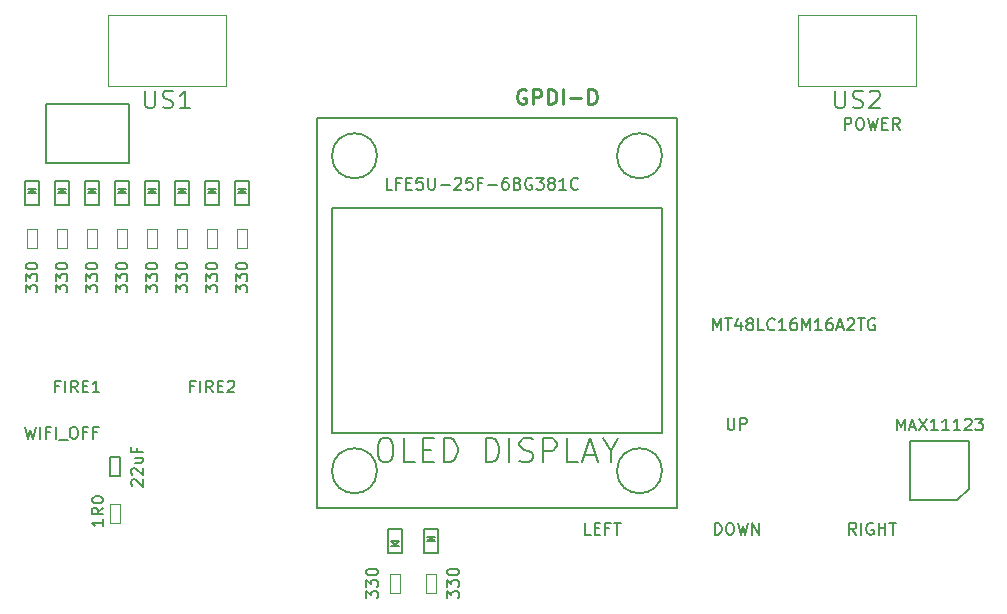
<source format=gbr>
G04 #@! TF.FileFunction,Other,Fab,Top*
%FSLAX46Y46*%
G04 Gerber Fmt 4.6, Leading zero omitted, Abs format (unit mm)*
G04 Created by KiCad (PCBNEW 4.0.7+dfsg1-1) date Fri Sep 29 00:39:50 2017*
%MOMM*%
%LPD*%
G01*
G04 APERTURE LIST*
%ADD10C,0.100000*%
%ADD11C,0.150000*%
%ADD12C,0.254000*%
G04 APERTURE END LIST*
D10*
D11*
X118530000Y-76260000D02*
X117930000Y-76260000D01*
X118230000Y-76360000D02*
X118530000Y-76660000D01*
X117930000Y-76660000D02*
X118230000Y-76360000D01*
X118530000Y-76660000D02*
X117930000Y-76660000D01*
X118830000Y-77660000D02*
X118830000Y-75660000D01*
X117630000Y-77660000D02*
X118830000Y-77660000D01*
X117630000Y-75660000D02*
X117630000Y-77660000D01*
X118830000Y-75660000D02*
X117630000Y-75660000D01*
X115990000Y-76260000D02*
X115390000Y-76260000D01*
X115690000Y-76360000D02*
X115990000Y-76660000D01*
X115390000Y-76660000D02*
X115690000Y-76360000D01*
X115990000Y-76660000D02*
X115390000Y-76660000D01*
X116290000Y-77660000D02*
X116290000Y-75660000D01*
X115090000Y-77660000D02*
X116290000Y-77660000D01*
X115090000Y-75660000D02*
X115090000Y-77660000D01*
X116290000Y-75660000D02*
X115090000Y-75660000D01*
X113450000Y-76260000D02*
X112850000Y-76260000D01*
X113150000Y-76360000D02*
X113450000Y-76660000D01*
X112850000Y-76660000D02*
X113150000Y-76360000D01*
X113450000Y-76660000D02*
X112850000Y-76660000D01*
X113750000Y-77660000D02*
X113750000Y-75660000D01*
X112550000Y-77660000D02*
X113750000Y-77660000D01*
X112550000Y-75660000D02*
X112550000Y-77660000D01*
X113750000Y-75660000D02*
X112550000Y-75660000D01*
X110910000Y-76260000D02*
X110310000Y-76260000D01*
X110610000Y-76360000D02*
X110910000Y-76660000D01*
X110310000Y-76660000D02*
X110610000Y-76360000D01*
X110910000Y-76660000D02*
X110310000Y-76660000D01*
X111210000Y-77660000D02*
X111210000Y-75660000D01*
X110010000Y-77660000D02*
X111210000Y-77660000D01*
X110010000Y-75660000D02*
X110010000Y-77660000D01*
X111210000Y-75660000D02*
X110010000Y-75660000D01*
X108370000Y-76260000D02*
X107770000Y-76260000D01*
X108070000Y-76360000D02*
X108370000Y-76660000D01*
X107770000Y-76660000D02*
X108070000Y-76360000D01*
X108370000Y-76660000D02*
X107770000Y-76660000D01*
X108670000Y-77660000D02*
X108670000Y-75660000D01*
X107470000Y-77660000D02*
X108670000Y-77660000D01*
X107470000Y-75660000D02*
X107470000Y-77660000D01*
X108670000Y-75660000D02*
X107470000Y-75660000D01*
X105830000Y-76260000D02*
X105230000Y-76260000D01*
X105530000Y-76360000D02*
X105830000Y-76660000D01*
X105230000Y-76660000D02*
X105530000Y-76360000D01*
X105830000Y-76660000D02*
X105230000Y-76660000D01*
X106130000Y-77660000D02*
X106130000Y-75660000D01*
X104930000Y-77660000D02*
X106130000Y-77660000D01*
X104930000Y-75660000D02*
X104930000Y-77660000D01*
X106130000Y-75660000D02*
X104930000Y-75660000D01*
X103290000Y-76260000D02*
X102690000Y-76260000D01*
X102990000Y-76360000D02*
X103290000Y-76660000D01*
X102690000Y-76660000D02*
X102990000Y-76360000D01*
X103290000Y-76660000D02*
X102690000Y-76660000D01*
X103590000Y-77660000D02*
X103590000Y-75660000D01*
X102390000Y-77660000D02*
X103590000Y-77660000D01*
X102390000Y-75660000D02*
X102390000Y-77660000D01*
X103590000Y-75660000D02*
X102390000Y-75660000D01*
X100750000Y-76260000D02*
X100150000Y-76260000D01*
X100450000Y-76360000D02*
X100750000Y-76660000D01*
X100150000Y-76660000D02*
X100450000Y-76360000D01*
X100750000Y-76660000D02*
X100150000Y-76660000D01*
X101050000Y-77660000D02*
X101050000Y-75660000D01*
X99850000Y-77660000D02*
X101050000Y-77660000D01*
X99850000Y-75660000D02*
X99850000Y-77660000D01*
X101050000Y-75660000D02*
X99850000Y-75660000D01*
X108624000Y-69080000D02*
X108624000Y-74080000D01*
X101624000Y-69080000D02*
X108624000Y-69080000D01*
X101624000Y-74080000D02*
X101624000Y-69080000D01*
X108624000Y-74080000D02*
X101624000Y-74080000D01*
X130884000Y-106524000D02*
X131484000Y-106524000D01*
X131184000Y-106424000D02*
X130884000Y-106124000D01*
X131484000Y-106124000D02*
X131184000Y-106424000D01*
X130884000Y-106124000D02*
X131484000Y-106124000D01*
X130584000Y-105124000D02*
X130584000Y-107124000D01*
X131784000Y-105124000D02*
X130584000Y-105124000D01*
X131784000Y-107124000D02*
X131784000Y-105124000D01*
X130584000Y-107124000D02*
X131784000Y-107124000D01*
X134532000Y-105724000D02*
X133932000Y-105724000D01*
X134232000Y-105824000D02*
X134532000Y-106124000D01*
X133932000Y-106124000D02*
X134232000Y-105824000D01*
X134532000Y-106124000D02*
X133932000Y-106124000D01*
X134832000Y-107124000D02*
X134832000Y-105124000D01*
X133632000Y-107124000D02*
X134832000Y-107124000D01*
X133632000Y-105124000D02*
X133632000Y-107124000D01*
X134832000Y-105124000D02*
X133632000Y-105124000D01*
D10*
X130784000Y-108880000D02*
X131584000Y-108880000D01*
X130784000Y-110480000D02*
X130784000Y-108880000D01*
X131584000Y-110480000D02*
X130784000Y-110480000D01*
X131584000Y-108880000D02*
X131584000Y-110480000D01*
X134632000Y-110480000D02*
X133832000Y-110480000D01*
X134632000Y-108880000D02*
X134632000Y-110480000D01*
X133832000Y-108880000D02*
X134632000Y-108880000D01*
X133832000Y-110480000D02*
X133832000Y-108880000D01*
D11*
X107880000Y-100600000D02*
X107080000Y-100600000D01*
X107880000Y-99000000D02*
X107880000Y-100600000D01*
X107080000Y-99000000D02*
X107880000Y-99000000D01*
X107080000Y-100600000D02*
X107080000Y-99000000D01*
D10*
X107080000Y-103000000D02*
X107880000Y-103000000D01*
X107080000Y-104600000D02*
X107080000Y-103000000D01*
X107880000Y-104600000D02*
X107080000Y-104600000D01*
X107880000Y-103000000D02*
X107880000Y-104600000D01*
X116880000Y-61560000D02*
X116880000Y-67560000D01*
X106880000Y-61560000D02*
X116880000Y-61560000D01*
X106880000Y-67560000D02*
X106880000Y-61560000D01*
X116880000Y-67560000D02*
X106880000Y-67560000D01*
X175300000Y-61560000D02*
X175300000Y-67560000D01*
X165300000Y-61560000D02*
X175300000Y-61560000D01*
X165300000Y-67560000D02*
X165300000Y-61560000D01*
X175300000Y-67560000D02*
X165300000Y-67560000D01*
X118630000Y-81270000D02*
X117830000Y-81270000D01*
X118630000Y-79670000D02*
X118630000Y-81270000D01*
X117830000Y-79670000D02*
X118630000Y-79670000D01*
X117830000Y-81270000D02*
X117830000Y-79670000D01*
X116090000Y-81270000D02*
X115290000Y-81270000D01*
X116090000Y-79670000D02*
X116090000Y-81270000D01*
X115290000Y-79670000D02*
X116090000Y-79670000D01*
X115290000Y-81270000D02*
X115290000Y-79670000D01*
X113550000Y-81270000D02*
X112750000Y-81270000D01*
X113550000Y-79670000D02*
X113550000Y-81270000D01*
X112750000Y-79670000D02*
X113550000Y-79670000D01*
X112750000Y-81270000D02*
X112750000Y-79670000D01*
X111010000Y-81270000D02*
X110210000Y-81270000D01*
X111010000Y-79670000D02*
X111010000Y-81270000D01*
X110210000Y-79670000D02*
X111010000Y-79670000D01*
X110210000Y-81270000D02*
X110210000Y-79670000D01*
X108470000Y-81270000D02*
X107670000Y-81270000D01*
X108470000Y-79670000D02*
X108470000Y-81270000D01*
X107670000Y-79670000D02*
X108470000Y-79670000D01*
X107670000Y-81270000D02*
X107670000Y-79670000D01*
X105930000Y-81270000D02*
X105130000Y-81270000D01*
X105930000Y-79670000D02*
X105930000Y-81270000D01*
X105130000Y-79670000D02*
X105930000Y-79670000D01*
X105130000Y-81270000D02*
X105130000Y-79670000D01*
X103390000Y-81270000D02*
X102590000Y-81270000D01*
X103390000Y-79670000D02*
X103390000Y-81270000D01*
X102590000Y-79670000D02*
X103390000Y-79670000D01*
X102590000Y-81270000D02*
X102590000Y-79670000D01*
X100850000Y-81270000D02*
X100050000Y-81270000D01*
X100850000Y-79670000D02*
X100850000Y-81270000D01*
X100050000Y-79670000D02*
X100850000Y-79670000D01*
X100050000Y-81270000D02*
X100050000Y-79670000D01*
D11*
X178785000Y-102655000D02*
X174785000Y-102655000D01*
X174785000Y-102655000D02*
X174785000Y-97655000D01*
X174785000Y-97655000D02*
X179785000Y-97655000D01*
X179785000Y-97655000D02*
X179785000Y-101655000D01*
X179785000Y-101655000D02*
X178785000Y-102655000D01*
X153790000Y-73485000D02*
G75*
G03X153790000Y-73485000I-1905000J0D01*
G01*
X129660000Y-73485000D02*
G75*
G03X129660000Y-73485000I-1905000J0D01*
G01*
X129660000Y-100155000D02*
G75*
G03X129660000Y-100155000I-1905000J0D01*
G01*
X153790000Y-100155000D02*
G75*
G03X153790000Y-100155000I-1905000J0D01*
G01*
X153790000Y-77930000D02*
X153790000Y-96980000D01*
X125850000Y-77930000D02*
X153790000Y-77930000D01*
X125850000Y-96980000D02*
X125850000Y-77930000D01*
X153790000Y-96980000D02*
X125850000Y-96980000D01*
X155060000Y-70310000D02*
X155060000Y-103330000D01*
X124580000Y-70310000D02*
X155060000Y-70310000D01*
X124580000Y-103330000D02*
X124580000Y-70310000D01*
X155060000Y-103330000D02*
X124580000Y-103330000D01*
X102736191Y-92988571D02*
X102402857Y-92988571D01*
X102402857Y-93512381D02*
X102402857Y-92512381D01*
X102879048Y-92512381D01*
X103260000Y-93512381D02*
X103260000Y-92512381D01*
X104307619Y-93512381D02*
X103974285Y-93036190D01*
X103736190Y-93512381D02*
X103736190Y-92512381D01*
X104117143Y-92512381D01*
X104212381Y-92560000D01*
X104260000Y-92607619D01*
X104307619Y-92702857D01*
X104307619Y-92845714D01*
X104260000Y-92940952D01*
X104212381Y-92988571D01*
X104117143Y-93036190D01*
X103736190Y-93036190D01*
X104736190Y-92988571D02*
X105069524Y-92988571D01*
X105212381Y-93512381D02*
X104736190Y-93512381D01*
X104736190Y-92512381D01*
X105212381Y-92512381D01*
X106164762Y-93512381D02*
X105593333Y-93512381D01*
X105879047Y-93512381D02*
X105879047Y-92512381D01*
X105783809Y-92655238D01*
X105688571Y-92750476D01*
X105593333Y-92798095D01*
X114166191Y-92988571D02*
X113832857Y-92988571D01*
X113832857Y-93512381D02*
X113832857Y-92512381D01*
X114309048Y-92512381D01*
X114690000Y-93512381D02*
X114690000Y-92512381D01*
X115737619Y-93512381D02*
X115404285Y-93036190D01*
X115166190Y-93512381D02*
X115166190Y-92512381D01*
X115547143Y-92512381D01*
X115642381Y-92560000D01*
X115690000Y-92607619D01*
X115737619Y-92702857D01*
X115737619Y-92845714D01*
X115690000Y-92940952D01*
X115642381Y-92988571D01*
X115547143Y-93036190D01*
X115166190Y-93036190D01*
X116166190Y-92988571D02*
X116499524Y-92988571D01*
X116642381Y-93512381D02*
X116166190Y-93512381D01*
X116166190Y-92512381D01*
X116642381Y-92512381D01*
X117023333Y-92607619D02*
X117070952Y-92560000D01*
X117166190Y-92512381D01*
X117404286Y-92512381D01*
X117499524Y-92560000D01*
X117547143Y-92607619D01*
X117594762Y-92702857D01*
X117594762Y-92798095D01*
X117547143Y-92940952D01*
X116975714Y-93512381D01*
X117594762Y-93512381D01*
X159354286Y-95670381D02*
X159354286Y-96479905D01*
X159401905Y-96575143D01*
X159449524Y-96622762D01*
X159544762Y-96670381D01*
X159735239Y-96670381D01*
X159830477Y-96622762D01*
X159878096Y-96575143D01*
X159925715Y-96479905D01*
X159925715Y-95670381D01*
X160401905Y-96670381D02*
X160401905Y-95670381D01*
X160782858Y-95670381D01*
X160878096Y-95718000D01*
X160925715Y-95765619D01*
X160973334Y-95860857D01*
X160973334Y-96003714D01*
X160925715Y-96098952D01*
X160878096Y-96146571D01*
X160782858Y-96194190D01*
X160401905Y-96194190D01*
X158259048Y-105560381D02*
X158259048Y-104560381D01*
X158497143Y-104560381D01*
X158640001Y-104608000D01*
X158735239Y-104703238D01*
X158782858Y-104798476D01*
X158830477Y-104988952D01*
X158830477Y-105131810D01*
X158782858Y-105322286D01*
X158735239Y-105417524D01*
X158640001Y-105512762D01*
X158497143Y-105560381D01*
X158259048Y-105560381D01*
X159449524Y-104560381D02*
X159640001Y-104560381D01*
X159735239Y-104608000D01*
X159830477Y-104703238D01*
X159878096Y-104893714D01*
X159878096Y-105227048D01*
X159830477Y-105417524D01*
X159735239Y-105512762D01*
X159640001Y-105560381D01*
X159449524Y-105560381D01*
X159354286Y-105512762D01*
X159259048Y-105417524D01*
X159211429Y-105227048D01*
X159211429Y-104893714D01*
X159259048Y-104703238D01*
X159354286Y-104608000D01*
X159449524Y-104560381D01*
X160211429Y-104560381D02*
X160449524Y-105560381D01*
X160640001Y-104846095D01*
X160830477Y-105560381D01*
X161068572Y-104560381D01*
X161449524Y-105560381D02*
X161449524Y-104560381D01*
X162020953Y-105560381D01*
X162020953Y-104560381D01*
X147757619Y-105560381D02*
X147281428Y-105560381D01*
X147281428Y-104560381D01*
X148090952Y-105036571D02*
X148424286Y-105036571D01*
X148567143Y-105560381D02*
X148090952Y-105560381D01*
X148090952Y-104560381D01*
X148567143Y-104560381D01*
X149329048Y-105036571D02*
X148995714Y-105036571D01*
X148995714Y-105560381D02*
X148995714Y-104560381D01*
X149471905Y-104560381D01*
X149710000Y-104560381D02*
X150281429Y-104560381D01*
X149995714Y-105560381D02*
X149995714Y-104560381D01*
X170236667Y-105560381D02*
X169903333Y-105084190D01*
X169665238Y-105560381D02*
X169665238Y-104560381D01*
X170046191Y-104560381D01*
X170141429Y-104608000D01*
X170189048Y-104655619D01*
X170236667Y-104750857D01*
X170236667Y-104893714D01*
X170189048Y-104988952D01*
X170141429Y-105036571D01*
X170046191Y-105084190D01*
X169665238Y-105084190D01*
X170665238Y-105560381D02*
X170665238Y-104560381D01*
X171665238Y-104608000D02*
X171570000Y-104560381D01*
X171427143Y-104560381D01*
X171284285Y-104608000D01*
X171189047Y-104703238D01*
X171141428Y-104798476D01*
X171093809Y-104988952D01*
X171093809Y-105131810D01*
X171141428Y-105322286D01*
X171189047Y-105417524D01*
X171284285Y-105512762D01*
X171427143Y-105560381D01*
X171522381Y-105560381D01*
X171665238Y-105512762D01*
X171712857Y-105465143D01*
X171712857Y-105131810D01*
X171522381Y-105131810D01*
X172141428Y-105560381D02*
X172141428Y-104560381D01*
X172141428Y-105036571D02*
X172712857Y-105036571D01*
X172712857Y-105560381D02*
X172712857Y-104560381D01*
X173046190Y-104560381D02*
X173617619Y-104560381D01*
X173331904Y-105560381D02*
X173331904Y-104560381D01*
X158132666Y-88252381D02*
X158132666Y-87252381D01*
X158466000Y-87966667D01*
X158799333Y-87252381D01*
X158799333Y-88252381D01*
X159132666Y-87252381D02*
X159704095Y-87252381D01*
X159418380Y-88252381D02*
X159418380Y-87252381D01*
X160466000Y-87585714D02*
X160466000Y-88252381D01*
X160227904Y-87204762D02*
X159989809Y-87919048D01*
X160608857Y-87919048D01*
X161132666Y-87680952D02*
X161037428Y-87633333D01*
X160989809Y-87585714D01*
X160942190Y-87490476D01*
X160942190Y-87442857D01*
X160989809Y-87347619D01*
X161037428Y-87300000D01*
X161132666Y-87252381D01*
X161323143Y-87252381D01*
X161418381Y-87300000D01*
X161466000Y-87347619D01*
X161513619Y-87442857D01*
X161513619Y-87490476D01*
X161466000Y-87585714D01*
X161418381Y-87633333D01*
X161323143Y-87680952D01*
X161132666Y-87680952D01*
X161037428Y-87728571D01*
X160989809Y-87776190D01*
X160942190Y-87871429D01*
X160942190Y-88061905D01*
X160989809Y-88157143D01*
X161037428Y-88204762D01*
X161132666Y-88252381D01*
X161323143Y-88252381D01*
X161418381Y-88204762D01*
X161466000Y-88157143D01*
X161513619Y-88061905D01*
X161513619Y-87871429D01*
X161466000Y-87776190D01*
X161418381Y-87728571D01*
X161323143Y-87680952D01*
X162418381Y-88252381D02*
X161942190Y-88252381D01*
X161942190Y-87252381D01*
X163323143Y-88157143D02*
X163275524Y-88204762D01*
X163132667Y-88252381D01*
X163037429Y-88252381D01*
X162894571Y-88204762D01*
X162799333Y-88109524D01*
X162751714Y-88014286D01*
X162704095Y-87823810D01*
X162704095Y-87680952D01*
X162751714Y-87490476D01*
X162799333Y-87395238D01*
X162894571Y-87300000D01*
X163037429Y-87252381D01*
X163132667Y-87252381D01*
X163275524Y-87300000D01*
X163323143Y-87347619D01*
X164275524Y-88252381D02*
X163704095Y-88252381D01*
X163989809Y-88252381D02*
X163989809Y-87252381D01*
X163894571Y-87395238D01*
X163799333Y-87490476D01*
X163704095Y-87538095D01*
X165132667Y-87252381D02*
X164942190Y-87252381D01*
X164846952Y-87300000D01*
X164799333Y-87347619D01*
X164704095Y-87490476D01*
X164656476Y-87680952D01*
X164656476Y-88061905D01*
X164704095Y-88157143D01*
X164751714Y-88204762D01*
X164846952Y-88252381D01*
X165037429Y-88252381D01*
X165132667Y-88204762D01*
X165180286Y-88157143D01*
X165227905Y-88061905D01*
X165227905Y-87823810D01*
X165180286Y-87728571D01*
X165132667Y-87680952D01*
X165037429Y-87633333D01*
X164846952Y-87633333D01*
X164751714Y-87680952D01*
X164704095Y-87728571D01*
X164656476Y-87823810D01*
X165656476Y-88252381D02*
X165656476Y-87252381D01*
X165989810Y-87966667D01*
X166323143Y-87252381D01*
X166323143Y-88252381D01*
X167323143Y-88252381D02*
X166751714Y-88252381D01*
X167037428Y-88252381D02*
X167037428Y-87252381D01*
X166942190Y-87395238D01*
X166846952Y-87490476D01*
X166751714Y-87538095D01*
X168180286Y-87252381D02*
X167989809Y-87252381D01*
X167894571Y-87300000D01*
X167846952Y-87347619D01*
X167751714Y-87490476D01*
X167704095Y-87680952D01*
X167704095Y-88061905D01*
X167751714Y-88157143D01*
X167799333Y-88204762D01*
X167894571Y-88252381D01*
X168085048Y-88252381D01*
X168180286Y-88204762D01*
X168227905Y-88157143D01*
X168275524Y-88061905D01*
X168275524Y-87823810D01*
X168227905Y-87728571D01*
X168180286Y-87680952D01*
X168085048Y-87633333D01*
X167894571Y-87633333D01*
X167799333Y-87680952D01*
X167751714Y-87728571D01*
X167704095Y-87823810D01*
X168656476Y-87966667D02*
X169132667Y-87966667D01*
X168561238Y-88252381D02*
X168894571Y-87252381D01*
X169227905Y-88252381D01*
X169513619Y-87347619D02*
X169561238Y-87300000D01*
X169656476Y-87252381D01*
X169894572Y-87252381D01*
X169989810Y-87300000D01*
X170037429Y-87347619D01*
X170085048Y-87442857D01*
X170085048Y-87538095D01*
X170037429Y-87680952D01*
X169466000Y-88252381D01*
X170085048Y-88252381D01*
X170370762Y-87252381D02*
X170942191Y-87252381D01*
X170656476Y-88252381D02*
X170656476Y-87252381D01*
X171799334Y-87300000D02*
X171704096Y-87252381D01*
X171561239Y-87252381D01*
X171418381Y-87300000D01*
X171323143Y-87395238D01*
X171275524Y-87490476D01*
X171227905Y-87680952D01*
X171227905Y-87823810D01*
X171275524Y-88014286D01*
X171323143Y-88109524D01*
X171418381Y-88204762D01*
X171561239Y-88252381D01*
X171656477Y-88252381D01*
X171799334Y-88204762D01*
X171846953Y-88157143D01*
X171846953Y-87823810D01*
X171656477Y-87823810D01*
X169260476Y-71270381D02*
X169260476Y-70270381D01*
X169641429Y-70270381D01*
X169736667Y-70318000D01*
X169784286Y-70365619D01*
X169831905Y-70460857D01*
X169831905Y-70603714D01*
X169784286Y-70698952D01*
X169736667Y-70746571D01*
X169641429Y-70794190D01*
X169260476Y-70794190D01*
X170450952Y-70270381D02*
X170641429Y-70270381D01*
X170736667Y-70318000D01*
X170831905Y-70413238D01*
X170879524Y-70603714D01*
X170879524Y-70937048D01*
X170831905Y-71127524D01*
X170736667Y-71222762D01*
X170641429Y-71270381D01*
X170450952Y-71270381D01*
X170355714Y-71222762D01*
X170260476Y-71127524D01*
X170212857Y-70937048D01*
X170212857Y-70603714D01*
X170260476Y-70413238D01*
X170355714Y-70318000D01*
X170450952Y-70270381D01*
X171212857Y-70270381D02*
X171450952Y-71270381D01*
X171641429Y-70556095D01*
X171831905Y-71270381D01*
X172070000Y-70270381D01*
X172450952Y-70746571D02*
X172784286Y-70746571D01*
X172927143Y-71270381D02*
X172450952Y-71270381D01*
X172450952Y-70270381D01*
X172927143Y-70270381D01*
X173927143Y-71270381D02*
X173593809Y-70794190D01*
X173355714Y-71270381D02*
X173355714Y-70270381D01*
X173736667Y-70270381D01*
X173831905Y-70318000D01*
X173879524Y-70365619D01*
X173927143Y-70460857D01*
X173927143Y-70603714D01*
X173879524Y-70698952D01*
X173831905Y-70746571D01*
X173736667Y-70794190D01*
X173355714Y-70794190D01*
X99894762Y-96432381D02*
X100132857Y-97432381D01*
X100323334Y-96718095D01*
X100513810Y-97432381D01*
X100751905Y-96432381D01*
X101132857Y-97432381D02*
X101132857Y-96432381D01*
X101942381Y-96908571D02*
X101609047Y-96908571D01*
X101609047Y-97432381D02*
X101609047Y-96432381D01*
X102085238Y-96432381D01*
X102466190Y-97432381D02*
X102466190Y-96432381D01*
X102704285Y-97527619D02*
X103466190Y-97527619D01*
X103894761Y-96432381D02*
X104085238Y-96432381D01*
X104180476Y-96480000D01*
X104275714Y-96575238D01*
X104323333Y-96765714D01*
X104323333Y-97099048D01*
X104275714Y-97289524D01*
X104180476Y-97384762D01*
X104085238Y-97432381D01*
X103894761Y-97432381D01*
X103799523Y-97384762D01*
X103704285Y-97289524D01*
X103656666Y-97099048D01*
X103656666Y-96765714D01*
X103704285Y-96575238D01*
X103799523Y-96480000D01*
X103894761Y-96432381D01*
X105085238Y-96908571D02*
X104751904Y-96908571D01*
X104751904Y-97432381D02*
X104751904Y-96432381D01*
X105228095Y-96432381D01*
X105942381Y-96908571D02*
X105609047Y-96908571D01*
X105609047Y-97432381D02*
X105609047Y-96432381D01*
X106085238Y-96432381D01*
X128736381Y-110965714D02*
X128736381Y-110346666D01*
X129117333Y-110680000D01*
X129117333Y-110537142D01*
X129164952Y-110441904D01*
X129212571Y-110394285D01*
X129307810Y-110346666D01*
X129545905Y-110346666D01*
X129641143Y-110394285D01*
X129688762Y-110441904D01*
X129736381Y-110537142D01*
X129736381Y-110822857D01*
X129688762Y-110918095D01*
X129641143Y-110965714D01*
X128736381Y-110013333D02*
X128736381Y-109394285D01*
X129117333Y-109727619D01*
X129117333Y-109584761D01*
X129164952Y-109489523D01*
X129212571Y-109441904D01*
X129307810Y-109394285D01*
X129545905Y-109394285D01*
X129641143Y-109441904D01*
X129688762Y-109489523D01*
X129736381Y-109584761D01*
X129736381Y-109870476D01*
X129688762Y-109965714D01*
X129641143Y-110013333D01*
X128736381Y-108775238D02*
X128736381Y-108679999D01*
X128784000Y-108584761D01*
X128831619Y-108537142D01*
X128926857Y-108489523D01*
X129117333Y-108441904D01*
X129355429Y-108441904D01*
X129545905Y-108489523D01*
X129641143Y-108537142D01*
X129688762Y-108584761D01*
X129736381Y-108679999D01*
X129736381Y-108775238D01*
X129688762Y-108870476D01*
X129641143Y-108918095D01*
X129545905Y-108965714D01*
X129355429Y-109013333D01*
X129117333Y-109013333D01*
X128926857Y-108965714D01*
X128831619Y-108918095D01*
X128784000Y-108870476D01*
X128736381Y-108775238D01*
X135584381Y-110965714D02*
X135584381Y-110346666D01*
X135965333Y-110680000D01*
X135965333Y-110537142D01*
X136012952Y-110441904D01*
X136060571Y-110394285D01*
X136155810Y-110346666D01*
X136393905Y-110346666D01*
X136489143Y-110394285D01*
X136536762Y-110441904D01*
X136584381Y-110537142D01*
X136584381Y-110822857D01*
X136536762Y-110918095D01*
X136489143Y-110965714D01*
X135584381Y-110013333D02*
X135584381Y-109394285D01*
X135965333Y-109727619D01*
X135965333Y-109584761D01*
X136012952Y-109489523D01*
X136060571Y-109441904D01*
X136155810Y-109394285D01*
X136393905Y-109394285D01*
X136489143Y-109441904D01*
X136536762Y-109489523D01*
X136584381Y-109584761D01*
X136584381Y-109870476D01*
X136536762Y-109965714D01*
X136489143Y-110013333D01*
X135584381Y-108775238D02*
X135584381Y-108679999D01*
X135632000Y-108584761D01*
X135679619Y-108537142D01*
X135774857Y-108489523D01*
X135965333Y-108441904D01*
X136203429Y-108441904D01*
X136393905Y-108489523D01*
X136489143Y-108537142D01*
X136536762Y-108584761D01*
X136584381Y-108679999D01*
X136584381Y-108775238D01*
X136536762Y-108870476D01*
X136489143Y-108918095D01*
X136393905Y-108965714D01*
X136203429Y-109013333D01*
X135965333Y-109013333D01*
X135774857Y-108965714D01*
X135679619Y-108918095D01*
X135632000Y-108870476D01*
X135584381Y-108775238D01*
X108927619Y-101442857D02*
X108880000Y-101395238D01*
X108832381Y-101300000D01*
X108832381Y-101061904D01*
X108880000Y-100966666D01*
X108927619Y-100919047D01*
X109022857Y-100871428D01*
X109118095Y-100871428D01*
X109260952Y-100919047D01*
X109832381Y-101490476D01*
X109832381Y-100871428D01*
X108927619Y-100490476D02*
X108880000Y-100442857D01*
X108832381Y-100347619D01*
X108832381Y-100109523D01*
X108880000Y-100014285D01*
X108927619Y-99966666D01*
X109022857Y-99919047D01*
X109118095Y-99919047D01*
X109260952Y-99966666D01*
X109832381Y-100538095D01*
X109832381Y-99919047D01*
X109165714Y-99061904D02*
X109832381Y-99061904D01*
X109165714Y-99490476D02*
X109689524Y-99490476D01*
X109784762Y-99442857D01*
X109832381Y-99347619D01*
X109832381Y-99204761D01*
X109784762Y-99109523D01*
X109737143Y-99061904D01*
X109308571Y-98252380D02*
X109308571Y-98585714D01*
X109832381Y-98585714D02*
X108832381Y-98585714D01*
X108832381Y-98109523D01*
X106490381Y-104274476D02*
X106490381Y-104845905D01*
X106490381Y-104560191D02*
X105490381Y-104560191D01*
X105633238Y-104655429D01*
X105728476Y-104750667D01*
X105776095Y-104845905D01*
X106490381Y-103274476D02*
X106014190Y-103607810D01*
X106490381Y-103845905D02*
X105490381Y-103845905D01*
X105490381Y-103464952D01*
X105538000Y-103369714D01*
X105585619Y-103322095D01*
X105680857Y-103274476D01*
X105823714Y-103274476D01*
X105918952Y-103322095D01*
X105966571Y-103369714D01*
X106014190Y-103464952D01*
X106014190Y-103845905D01*
X105490381Y-102655429D02*
X105490381Y-102560190D01*
X105538000Y-102464952D01*
X105585619Y-102417333D01*
X105680857Y-102369714D01*
X105871333Y-102322095D01*
X106109429Y-102322095D01*
X106299905Y-102369714D01*
X106395143Y-102417333D01*
X106442762Y-102464952D01*
X106490381Y-102560190D01*
X106490381Y-102655429D01*
X106442762Y-102750667D01*
X106395143Y-102798286D01*
X106299905Y-102845905D01*
X106109429Y-102893524D01*
X105871333Y-102893524D01*
X105680857Y-102845905D01*
X105585619Y-102798286D01*
X105538000Y-102750667D01*
X105490381Y-102655429D01*
X110022858Y-67964571D02*
X110022858Y-69178857D01*
X110094286Y-69321714D01*
X110165715Y-69393143D01*
X110308572Y-69464571D01*
X110594286Y-69464571D01*
X110737144Y-69393143D01*
X110808572Y-69321714D01*
X110880001Y-69178857D01*
X110880001Y-67964571D01*
X111522858Y-69393143D02*
X111737144Y-69464571D01*
X112094287Y-69464571D01*
X112237144Y-69393143D01*
X112308573Y-69321714D01*
X112380001Y-69178857D01*
X112380001Y-69036000D01*
X112308573Y-68893143D01*
X112237144Y-68821714D01*
X112094287Y-68750286D01*
X111808573Y-68678857D01*
X111665715Y-68607429D01*
X111594287Y-68536000D01*
X111522858Y-68393143D01*
X111522858Y-68250286D01*
X111594287Y-68107429D01*
X111665715Y-68036000D01*
X111808573Y-67964571D01*
X112165715Y-67964571D01*
X112380001Y-68036000D01*
X113808572Y-69464571D02*
X112951429Y-69464571D01*
X113380001Y-69464571D02*
X113380001Y-67964571D01*
X113237144Y-68178857D01*
X113094286Y-68321714D01*
X112951429Y-68393143D01*
X168442858Y-67964571D02*
X168442858Y-69178857D01*
X168514286Y-69321714D01*
X168585715Y-69393143D01*
X168728572Y-69464571D01*
X169014286Y-69464571D01*
X169157144Y-69393143D01*
X169228572Y-69321714D01*
X169300001Y-69178857D01*
X169300001Y-67964571D01*
X169942858Y-69393143D02*
X170157144Y-69464571D01*
X170514287Y-69464571D01*
X170657144Y-69393143D01*
X170728573Y-69321714D01*
X170800001Y-69178857D01*
X170800001Y-69036000D01*
X170728573Y-68893143D01*
X170657144Y-68821714D01*
X170514287Y-68750286D01*
X170228573Y-68678857D01*
X170085715Y-68607429D01*
X170014287Y-68536000D01*
X169942858Y-68393143D01*
X169942858Y-68250286D01*
X170014287Y-68107429D01*
X170085715Y-68036000D01*
X170228573Y-67964571D01*
X170585715Y-67964571D01*
X170800001Y-68036000D01*
X171371429Y-68107429D02*
X171442858Y-68036000D01*
X171585715Y-67964571D01*
X171942858Y-67964571D01*
X172085715Y-68036000D01*
X172157144Y-68107429D01*
X172228572Y-68250286D01*
X172228572Y-68393143D01*
X172157144Y-68607429D01*
X171300001Y-69464571D01*
X172228572Y-69464571D01*
X117682381Y-85057714D02*
X117682381Y-84438666D01*
X118063333Y-84772000D01*
X118063333Y-84629142D01*
X118110952Y-84533904D01*
X118158571Y-84486285D01*
X118253810Y-84438666D01*
X118491905Y-84438666D01*
X118587143Y-84486285D01*
X118634762Y-84533904D01*
X118682381Y-84629142D01*
X118682381Y-84914857D01*
X118634762Y-85010095D01*
X118587143Y-85057714D01*
X117682381Y-84105333D02*
X117682381Y-83486285D01*
X118063333Y-83819619D01*
X118063333Y-83676761D01*
X118110952Y-83581523D01*
X118158571Y-83533904D01*
X118253810Y-83486285D01*
X118491905Y-83486285D01*
X118587143Y-83533904D01*
X118634762Y-83581523D01*
X118682381Y-83676761D01*
X118682381Y-83962476D01*
X118634762Y-84057714D01*
X118587143Y-84105333D01*
X117682381Y-82867238D02*
X117682381Y-82771999D01*
X117730000Y-82676761D01*
X117777619Y-82629142D01*
X117872857Y-82581523D01*
X118063333Y-82533904D01*
X118301429Y-82533904D01*
X118491905Y-82581523D01*
X118587143Y-82629142D01*
X118634762Y-82676761D01*
X118682381Y-82771999D01*
X118682381Y-82867238D01*
X118634762Y-82962476D01*
X118587143Y-83010095D01*
X118491905Y-83057714D01*
X118301429Y-83105333D01*
X118063333Y-83105333D01*
X117872857Y-83057714D01*
X117777619Y-83010095D01*
X117730000Y-82962476D01*
X117682381Y-82867238D01*
X115142381Y-85057714D02*
X115142381Y-84438666D01*
X115523333Y-84772000D01*
X115523333Y-84629142D01*
X115570952Y-84533904D01*
X115618571Y-84486285D01*
X115713810Y-84438666D01*
X115951905Y-84438666D01*
X116047143Y-84486285D01*
X116094762Y-84533904D01*
X116142381Y-84629142D01*
X116142381Y-84914857D01*
X116094762Y-85010095D01*
X116047143Y-85057714D01*
X115142381Y-84105333D02*
X115142381Y-83486285D01*
X115523333Y-83819619D01*
X115523333Y-83676761D01*
X115570952Y-83581523D01*
X115618571Y-83533904D01*
X115713810Y-83486285D01*
X115951905Y-83486285D01*
X116047143Y-83533904D01*
X116094762Y-83581523D01*
X116142381Y-83676761D01*
X116142381Y-83962476D01*
X116094762Y-84057714D01*
X116047143Y-84105333D01*
X115142381Y-82867238D02*
X115142381Y-82771999D01*
X115190000Y-82676761D01*
X115237619Y-82629142D01*
X115332857Y-82581523D01*
X115523333Y-82533904D01*
X115761429Y-82533904D01*
X115951905Y-82581523D01*
X116047143Y-82629142D01*
X116094762Y-82676761D01*
X116142381Y-82771999D01*
X116142381Y-82867238D01*
X116094762Y-82962476D01*
X116047143Y-83010095D01*
X115951905Y-83057714D01*
X115761429Y-83105333D01*
X115523333Y-83105333D01*
X115332857Y-83057714D01*
X115237619Y-83010095D01*
X115190000Y-82962476D01*
X115142381Y-82867238D01*
X112602381Y-85057714D02*
X112602381Y-84438666D01*
X112983333Y-84772000D01*
X112983333Y-84629142D01*
X113030952Y-84533904D01*
X113078571Y-84486285D01*
X113173810Y-84438666D01*
X113411905Y-84438666D01*
X113507143Y-84486285D01*
X113554762Y-84533904D01*
X113602381Y-84629142D01*
X113602381Y-84914857D01*
X113554762Y-85010095D01*
X113507143Y-85057714D01*
X112602381Y-84105333D02*
X112602381Y-83486285D01*
X112983333Y-83819619D01*
X112983333Y-83676761D01*
X113030952Y-83581523D01*
X113078571Y-83533904D01*
X113173810Y-83486285D01*
X113411905Y-83486285D01*
X113507143Y-83533904D01*
X113554762Y-83581523D01*
X113602381Y-83676761D01*
X113602381Y-83962476D01*
X113554762Y-84057714D01*
X113507143Y-84105333D01*
X112602381Y-82867238D02*
X112602381Y-82771999D01*
X112650000Y-82676761D01*
X112697619Y-82629142D01*
X112792857Y-82581523D01*
X112983333Y-82533904D01*
X113221429Y-82533904D01*
X113411905Y-82581523D01*
X113507143Y-82629142D01*
X113554762Y-82676761D01*
X113602381Y-82771999D01*
X113602381Y-82867238D01*
X113554762Y-82962476D01*
X113507143Y-83010095D01*
X113411905Y-83057714D01*
X113221429Y-83105333D01*
X112983333Y-83105333D01*
X112792857Y-83057714D01*
X112697619Y-83010095D01*
X112650000Y-82962476D01*
X112602381Y-82867238D01*
X110062381Y-85057714D02*
X110062381Y-84438666D01*
X110443333Y-84772000D01*
X110443333Y-84629142D01*
X110490952Y-84533904D01*
X110538571Y-84486285D01*
X110633810Y-84438666D01*
X110871905Y-84438666D01*
X110967143Y-84486285D01*
X111014762Y-84533904D01*
X111062381Y-84629142D01*
X111062381Y-84914857D01*
X111014762Y-85010095D01*
X110967143Y-85057714D01*
X110062381Y-84105333D02*
X110062381Y-83486285D01*
X110443333Y-83819619D01*
X110443333Y-83676761D01*
X110490952Y-83581523D01*
X110538571Y-83533904D01*
X110633810Y-83486285D01*
X110871905Y-83486285D01*
X110967143Y-83533904D01*
X111014762Y-83581523D01*
X111062381Y-83676761D01*
X111062381Y-83962476D01*
X111014762Y-84057714D01*
X110967143Y-84105333D01*
X110062381Y-82867238D02*
X110062381Y-82771999D01*
X110110000Y-82676761D01*
X110157619Y-82629142D01*
X110252857Y-82581523D01*
X110443333Y-82533904D01*
X110681429Y-82533904D01*
X110871905Y-82581523D01*
X110967143Y-82629142D01*
X111014762Y-82676761D01*
X111062381Y-82771999D01*
X111062381Y-82867238D01*
X111014762Y-82962476D01*
X110967143Y-83010095D01*
X110871905Y-83057714D01*
X110681429Y-83105333D01*
X110443333Y-83105333D01*
X110252857Y-83057714D01*
X110157619Y-83010095D01*
X110110000Y-82962476D01*
X110062381Y-82867238D01*
X107522381Y-85057714D02*
X107522381Y-84438666D01*
X107903333Y-84772000D01*
X107903333Y-84629142D01*
X107950952Y-84533904D01*
X107998571Y-84486285D01*
X108093810Y-84438666D01*
X108331905Y-84438666D01*
X108427143Y-84486285D01*
X108474762Y-84533904D01*
X108522381Y-84629142D01*
X108522381Y-84914857D01*
X108474762Y-85010095D01*
X108427143Y-85057714D01*
X107522381Y-84105333D02*
X107522381Y-83486285D01*
X107903333Y-83819619D01*
X107903333Y-83676761D01*
X107950952Y-83581523D01*
X107998571Y-83533904D01*
X108093810Y-83486285D01*
X108331905Y-83486285D01*
X108427143Y-83533904D01*
X108474762Y-83581523D01*
X108522381Y-83676761D01*
X108522381Y-83962476D01*
X108474762Y-84057714D01*
X108427143Y-84105333D01*
X107522381Y-82867238D02*
X107522381Y-82771999D01*
X107570000Y-82676761D01*
X107617619Y-82629142D01*
X107712857Y-82581523D01*
X107903333Y-82533904D01*
X108141429Y-82533904D01*
X108331905Y-82581523D01*
X108427143Y-82629142D01*
X108474762Y-82676761D01*
X108522381Y-82771999D01*
X108522381Y-82867238D01*
X108474762Y-82962476D01*
X108427143Y-83010095D01*
X108331905Y-83057714D01*
X108141429Y-83105333D01*
X107903333Y-83105333D01*
X107712857Y-83057714D01*
X107617619Y-83010095D01*
X107570000Y-82962476D01*
X107522381Y-82867238D01*
X104982381Y-85057714D02*
X104982381Y-84438666D01*
X105363333Y-84772000D01*
X105363333Y-84629142D01*
X105410952Y-84533904D01*
X105458571Y-84486285D01*
X105553810Y-84438666D01*
X105791905Y-84438666D01*
X105887143Y-84486285D01*
X105934762Y-84533904D01*
X105982381Y-84629142D01*
X105982381Y-84914857D01*
X105934762Y-85010095D01*
X105887143Y-85057714D01*
X104982381Y-84105333D02*
X104982381Y-83486285D01*
X105363333Y-83819619D01*
X105363333Y-83676761D01*
X105410952Y-83581523D01*
X105458571Y-83533904D01*
X105553810Y-83486285D01*
X105791905Y-83486285D01*
X105887143Y-83533904D01*
X105934762Y-83581523D01*
X105982381Y-83676761D01*
X105982381Y-83962476D01*
X105934762Y-84057714D01*
X105887143Y-84105333D01*
X104982381Y-82867238D02*
X104982381Y-82771999D01*
X105030000Y-82676761D01*
X105077619Y-82629142D01*
X105172857Y-82581523D01*
X105363333Y-82533904D01*
X105601429Y-82533904D01*
X105791905Y-82581523D01*
X105887143Y-82629142D01*
X105934762Y-82676761D01*
X105982381Y-82771999D01*
X105982381Y-82867238D01*
X105934762Y-82962476D01*
X105887143Y-83010095D01*
X105791905Y-83057714D01*
X105601429Y-83105333D01*
X105363333Y-83105333D01*
X105172857Y-83057714D01*
X105077619Y-83010095D01*
X105030000Y-82962476D01*
X104982381Y-82867238D01*
X102442381Y-85057714D02*
X102442381Y-84438666D01*
X102823333Y-84772000D01*
X102823333Y-84629142D01*
X102870952Y-84533904D01*
X102918571Y-84486285D01*
X103013810Y-84438666D01*
X103251905Y-84438666D01*
X103347143Y-84486285D01*
X103394762Y-84533904D01*
X103442381Y-84629142D01*
X103442381Y-84914857D01*
X103394762Y-85010095D01*
X103347143Y-85057714D01*
X102442381Y-84105333D02*
X102442381Y-83486285D01*
X102823333Y-83819619D01*
X102823333Y-83676761D01*
X102870952Y-83581523D01*
X102918571Y-83533904D01*
X103013810Y-83486285D01*
X103251905Y-83486285D01*
X103347143Y-83533904D01*
X103394762Y-83581523D01*
X103442381Y-83676761D01*
X103442381Y-83962476D01*
X103394762Y-84057714D01*
X103347143Y-84105333D01*
X102442381Y-82867238D02*
X102442381Y-82771999D01*
X102490000Y-82676761D01*
X102537619Y-82629142D01*
X102632857Y-82581523D01*
X102823333Y-82533904D01*
X103061429Y-82533904D01*
X103251905Y-82581523D01*
X103347143Y-82629142D01*
X103394762Y-82676761D01*
X103442381Y-82771999D01*
X103442381Y-82867238D01*
X103394762Y-82962476D01*
X103347143Y-83010095D01*
X103251905Y-83057714D01*
X103061429Y-83105333D01*
X102823333Y-83105333D01*
X102632857Y-83057714D01*
X102537619Y-83010095D01*
X102490000Y-82962476D01*
X102442381Y-82867238D01*
X99902381Y-85057714D02*
X99902381Y-84438666D01*
X100283333Y-84772000D01*
X100283333Y-84629142D01*
X100330952Y-84533904D01*
X100378571Y-84486285D01*
X100473810Y-84438666D01*
X100711905Y-84438666D01*
X100807143Y-84486285D01*
X100854762Y-84533904D01*
X100902381Y-84629142D01*
X100902381Y-84914857D01*
X100854762Y-85010095D01*
X100807143Y-85057714D01*
X99902381Y-84105333D02*
X99902381Y-83486285D01*
X100283333Y-83819619D01*
X100283333Y-83676761D01*
X100330952Y-83581523D01*
X100378571Y-83533904D01*
X100473810Y-83486285D01*
X100711905Y-83486285D01*
X100807143Y-83533904D01*
X100854762Y-83581523D01*
X100902381Y-83676761D01*
X100902381Y-83962476D01*
X100854762Y-84057714D01*
X100807143Y-84105333D01*
X99902381Y-82867238D02*
X99902381Y-82771999D01*
X99950000Y-82676761D01*
X99997619Y-82629142D01*
X100092857Y-82581523D01*
X100283333Y-82533904D01*
X100521429Y-82533904D01*
X100711905Y-82581523D01*
X100807143Y-82629142D01*
X100854762Y-82676761D01*
X100902381Y-82771999D01*
X100902381Y-82867238D01*
X100854762Y-82962476D01*
X100807143Y-83010095D01*
X100711905Y-83057714D01*
X100521429Y-83105333D01*
X100283333Y-83105333D01*
X100092857Y-83057714D01*
X99997619Y-83010095D01*
X99950000Y-82962476D01*
X99902381Y-82867238D01*
X173665952Y-96732381D02*
X173665952Y-95732381D01*
X173999286Y-96446667D01*
X174332619Y-95732381D01*
X174332619Y-96732381D01*
X174761190Y-96446667D02*
X175237381Y-96446667D01*
X174665952Y-96732381D02*
X174999285Y-95732381D01*
X175332619Y-96732381D01*
X175570714Y-95732381D02*
X176237381Y-96732381D01*
X176237381Y-95732381D02*
X175570714Y-96732381D01*
X177142143Y-96732381D02*
X176570714Y-96732381D01*
X176856428Y-96732381D02*
X176856428Y-95732381D01*
X176761190Y-95875238D01*
X176665952Y-95970476D01*
X176570714Y-96018095D01*
X178094524Y-96732381D02*
X177523095Y-96732381D01*
X177808809Y-96732381D02*
X177808809Y-95732381D01*
X177713571Y-95875238D01*
X177618333Y-95970476D01*
X177523095Y-96018095D01*
X179046905Y-96732381D02*
X178475476Y-96732381D01*
X178761190Y-96732381D02*
X178761190Y-95732381D01*
X178665952Y-95875238D01*
X178570714Y-95970476D01*
X178475476Y-96018095D01*
X179427857Y-95827619D02*
X179475476Y-95780000D01*
X179570714Y-95732381D01*
X179808810Y-95732381D01*
X179904048Y-95780000D01*
X179951667Y-95827619D01*
X179999286Y-95922857D01*
X179999286Y-96018095D01*
X179951667Y-96160952D01*
X179380238Y-96732381D01*
X179999286Y-96732381D01*
X180332619Y-95732381D02*
X180951667Y-95732381D01*
X180618333Y-96113333D01*
X180761191Y-96113333D01*
X180856429Y-96160952D01*
X180904048Y-96208571D01*
X180951667Y-96303810D01*
X180951667Y-96541905D01*
X180904048Y-96637143D01*
X180856429Y-96684762D01*
X180761191Y-96732381D01*
X180475476Y-96732381D01*
X180380238Y-96684762D01*
X180332619Y-96637143D01*
X130954762Y-76350381D02*
X130478571Y-76350381D01*
X130478571Y-75350381D01*
X131621429Y-75826571D02*
X131288095Y-75826571D01*
X131288095Y-76350381D02*
X131288095Y-75350381D01*
X131764286Y-75350381D01*
X132145238Y-75826571D02*
X132478572Y-75826571D01*
X132621429Y-76350381D02*
X132145238Y-76350381D01*
X132145238Y-75350381D01*
X132621429Y-75350381D01*
X133526191Y-75350381D02*
X133050000Y-75350381D01*
X133002381Y-75826571D01*
X133050000Y-75778952D01*
X133145238Y-75731333D01*
X133383334Y-75731333D01*
X133478572Y-75778952D01*
X133526191Y-75826571D01*
X133573810Y-75921810D01*
X133573810Y-76159905D01*
X133526191Y-76255143D01*
X133478572Y-76302762D01*
X133383334Y-76350381D01*
X133145238Y-76350381D01*
X133050000Y-76302762D01*
X133002381Y-76255143D01*
X134002381Y-75350381D02*
X134002381Y-76159905D01*
X134050000Y-76255143D01*
X134097619Y-76302762D01*
X134192857Y-76350381D01*
X134383334Y-76350381D01*
X134478572Y-76302762D01*
X134526191Y-76255143D01*
X134573810Y-76159905D01*
X134573810Y-75350381D01*
X135050000Y-75969429D02*
X135811905Y-75969429D01*
X136240476Y-75445619D02*
X136288095Y-75398000D01*
X136383333Y-75350381D01*
X136621429Y-75350381D01*
X136716667Y-75398000D01*
X136764286Y-75445619D01*
X136811905Y-75540857D01*
X136811905Y-75636095D01*
X136764286Y-75778952D01*
X136192857Y-76350381D01*
X136811905Y-76350381D01*
X137716667Y-75350381D02*
X137240476Y-75350381D01*
X137192857Y-75826571D01*
X137240476Y-75778952D01*
X137335714Y-75731333D01*
X137573810Y-75731333D01*
X137669048Y-75778952D01*
X137716667Y-75826571D01*
X137764286Y-75921810D01*
X137764286Y-76159905D01*
X137716667Y-76255143D01*
X137669048Y-76302762D01*
X137573810Y-76350381D01*
X137335714Y-76350381D01*
X137240476Y-76302762D01*
X137192857Y-76255143D01*
X138526191Y-75826571D02*
X138192857Y-75826571D01*
X138192857Y-76350381D02*
X138192857Y-75350381D01*
X138669048Y-75350381D01*
X139050000Y-75969429D02*
X139811905Y-75969429D01*
X140716667Y-75350381D02*
X140526190Y-75350381D01*
X140430952Y-75398000D01*
X140383333Y-75445619D01*
X140288095Y-75588476D01*
X140240476Y-75778952D01*
X140240476Y-76159905D01*
X140288095Y-76255143D01*
X140335714Y-76302762D01*
X140430952Y-76350381D01*
X140621429Y-76350381D01*
X140716667Y-76302762D01*
X140764286Y-76255143D01*
X140811905Y-76159905D01*
X140811905Y-75921810D01*
X140764286Y-75826571D01*
X140716667Y-75778952D01*
X140621429Y-75731333D01*
X140430952Y-75731333D01*
X140335714Y-75778952D01*
X140288095Y-75826571D01*
X140240476Y-75921810D01*
X141573810Y-75826571D02*
X141716667Y-75874190D01*
X141764286Y-75921810D01*
X141811905Y-76017048D01*
X141811905Y-76159905D01*
X141764286Y-76255143D01*
X141716667Y-76302762D01*
X141621429Y-76350381D01*
X141240476Y-76350381D01*
X141240476Y-75350381D01*
X141573810Y-75350381D01*
X141669048Y-75398000D01*
X141716667Y-75445619D01*
X141764286Y-75540857D01*
X141764286Y-75636095D01*
X141716667Y-75731333D01*
X141669048Y-75778952D01*
X141573810Y-75826571D01*
X141240476Y-75826571D01*
X142764286Y-75398000D02*
X142669048Y-75350381D01*
X142526191Y-75350381D01*
X142383333Y-75398000D01*
X142288095Y-75493238D01*
X142240476Y-75588476D01*
X142192857Y-75778952D01*
X142192857Y-75921810D01*
X142240476Y-76112286D01*
X142288095Y-76207524D01*
X142383333Y-76302762D01*
X142526191Y-76350381D01*
X142621429Y-76350381D01*
X142764286Y-76302762D01*
X142811905Y-76255143D01*
X142811905Y-75921810D01*
X142621429Y-75921810D01*
X143145238Y-75350381D02*
X143764286Y-75350381D01*
X143430952Y-75731333D01*
X143573810Y-75731333D01*
X143669048Y-75778952D01*
X143716667Y-75826571D01*
X143764286Y-75921810D01*
X143764286Y-76159905D01*
X143716667Y-76255143D01*
X143669048Y-76302762D01*
X143573810Y-76350381D01*
X143288095Y-76350381D01*
X143192857Y-76302762D01*
X143145238Y-76255143D01*
X144335714Y-75778952D02*
X144240476Y-75731333D01*
X144192857Y-75683714D01*
X144145238Y-75588476D01*
X144145238Y-75540857D01*
X144192857Y-75445619D01*
X144240476Y-75398000D01*
X144335714Y-75350381D01*
X144526191Y-75350381D01*
X144621429Y-75398000D01*
X144669048Y-75445619D01*
X144716667Y-75540857D01*
X144716667Y-75588476D01*
X144669048Y-75683714D01*
X144621429Y-75731333D01*
X144526191Y-75778952D01*
X144335714Y-75778952D01*
X144240476Y-75826571D01*
X144192857Y-75874190D01*
X144145238Y-75969429D01*
X144145238Y-76159905D01*
X144192857Y-76255143D01*
X144240476Y-76302762D01*
X144335714Y-76350381D01*
X144526191Y-76350381D01*
X144621429Y-76302762D01*
X144669048Y-76255143D01*
X144716667Y-76159905D01*
X144716667Y-75969429D01*
X144669048Y-75874190D01*
X144621429Y-75826571D01*
X144526191Y-75778952D01*
X145669048Y-76350381D02*
X145097619Y-76350381D01*
X145383333Y-76350381D02*
X145383333Y-75350381D01*
X145288095Y-75493238D01*
X145192857Y-75588476D01*
X145097619Y-75636095D01*
X146669048Y-76255143D02*
X146621429Y-76302762D01*
X146478572Y-76350381D01*
X146383334Y-76350381D01*
X146240476Y-76302762D01*
X146145238Y-76207524D01*
X146097619Y-76112286D01*
X146050000Y-75921810D01*
X146050000Y-75778952D01*
X146097619Y-75588476D01*
X146145238Y-75493238D01*
X146240476Y-75398000D01*
X146383334Y-75350381D01*
X146478572Y-75350381D01*
X146621429Y-75398000D01*
X146669048Y-75445619D01*
X130200952Y-97408762D02*
X130581904Y-97408762D01*
X130772380Y-97504000D01*
X130962857Y-97694476D01*
X131058095Y-98075429D01*
X131058095Y-98742095D01*
X130962857Y-99123048D01*
X130772380Y-99313524D01*
X130581904Y-99408762D01*
X130200952Y-99408762D01*
X130010476Y-99313524D01*
X129819999Y-99123048D01*
X129724761Y-98742095D01*
X129724761Y-98075429D01*
X129819999Y-97694476D01*
X130010476Y-97504000D01*
X130200952Y-97408762D01*
X132867618Y-99408762D02*
X131915237Y-99408762D01*
X131915237Y-97408762D01*
X133534285Y-98361143D02*
X134200952Y-98361143D01*
X134486666Y-99408762D02*
X133534285Y-99408762D01*
X133534285Y-97408762D01*
X134486666Y-97408762D01*
X135343809Y-99408762D02*
X135343809Y-97408762D01*
X135820000Y-97408762D01*
X136105714Y-97504000D01*
X136296190Y-97694476D01*
X136391429Y-97884952D01*
X136486667Y-98265905D01*
X136486667Y-98551619D01*
X136391429Y-98932571D01*
X136296190Y-99123048D01*
X136105714Y-99313524D01*
X135820000Y-99408762D01*
X135343809Y-99408762D01*
X138867619Y-99408762D02*
X138867619Y-97408762D01*
X139343810Y-97408762D01*
X139629524Y-97504000D01*
X139820000Y-97694476D01*
X139915239Y-97884952D01*
X140010477Y-98265905D01*
X140010477Y-98551619D01*
X139915239Y-98932571D01*
X139820000Y-99123048D01*
X139629524Y-99313524D01*
X139343810Y-99408762D01*
X138867619Y-99408762D01*
X140867619Y-99408762D02*
X140867619Y-97408762D01*
X141724762Y-99313524D02*
X142010477Y-99408762D01*
X142486667Y-99408762D01*
X142677143Y-99313524D01*
X142772381Y-99218286D01*
X142867620Y-99027810D01*
X142867620Y-98837333D01*
X142772381Y-98646857D01*
X142677143Y-98551619D01*
X142486667Y-98456381D01*
X142105715Y-98361143D01*
X141915239Y-98265905D01*
X141820000Y-98170667D01*
X141724762Y-97980190D01*
X141724762Y-97789714D01*
X141820000Y-97599238D01*
X141915239Y-97504000D01*
X142105715Y-97408762D01*
X142581905Y-97408762D01*
X142867620Y-97504000D01*
X143724762Y-99408762D02*
X143724762Y-97408762D01*
X144486667Y-97408762D01*
X144677143Y-97504000D01*
X144772382Y-97599238D01*
X144867620Y-97789714D01*
X144867620Y-98075429D01*
X144772382Y-98265905D01*
X144677143Y-98361143D01*
X144486667Y-98456381D01*
X143724762Y-98456381D01*
X146677143Y-99408762D02*
X145724762Y-99408762D01*
X145724762Y-97408762D01*
X147248572Y-98837333D02*
X148200953Y-98837333D01*
X147058096Y-99408762D02*
X147724763Y-97408762D01*
X148391430Y-99408762D01*
X149439049Y-98456381D02*
X149439049Y-99408762D01*
X148772382Y-97408762D02*
X149439049Y-98456381D01*
X150105716Y-97408762D01*
D12*
X142239048Y-67897000D02*
X142118096Y-67836524D01*
X141936667Y-67836524D01*
X141755239Y-67897000D01*
X141634286Y-68017952D01*
X141573810Y-68138905D01*
X141513334Y-68380810D01*
X141513334Y-68562238D01*
X141573810Y-68804143D01*
X141634286Y-68925095D01*
X141755239Y-69046048D01*
X141936667Y-69106524D01*
X142057619Y-69106524D01*
X142239048Y-69046048D01*
X142299524Y-68985571D01*
X142299524Y-68562238D01*
X142057619Y-68562238D01*
X142843810Y-69106524D02*
X142843810Y-67836524D01*
X143327619Y-67836524D01*
X143448572Y-67897000D01*
X143509048Y-67957476D01*
X143569524Y-68078429D01*
X143569524Y-68259857D01*
X143509048Y-68380810D01*
X143448572Y-68441286D01*
X143327619Y-68501762D01*
X142843810Y-68501762D01*
X144113810Y-69106524D02*
X144113810Y-67836524D01*
X144416191Y-67836524D01*
X144597619Y-67897000D01*
X144718572Y-68017952D01*
X144779048Y-68138905D01*
X144839524Y-68380810D01*
X144839524Y-68562238D01*
X144779048Y-68804143D01*
X144718572Y-68925095D01*
X144597619Y-69046048D01*
X144416191Y-69106524D01*
X144113810Y-69106524D01*
X145383810Y-69106524D02*
X145383810Y-67836524D01*
X145988572Y-68622714D02*
X146956191Y-68622714D01*
X147560953Y-69106524D02*
X147560953Y-67836524D01*
X147863334Y-67836524D01*
X148044762Y-67897000D01*
X148165715Y-68017952D01*
X148226191Y-68138905D01*
X148286667Y-68380810D01*
X148286667Y-68562238D01*
X148226191Y-68804143D01*
X148165715Y-68925095D01*
X148044762Y-69046048D01*
X147863334Y-69106524D01*
X147560953Y-69106524D01*
M02*

</source>
